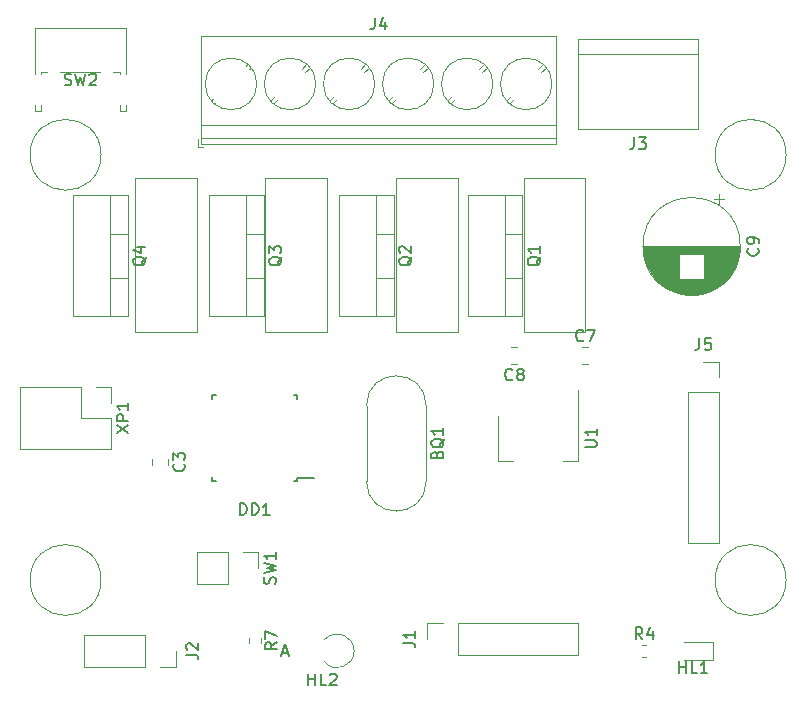
<source format=gbr>
%TF.GenerationSoftware,KiCad,Pcbnew,5.1.5-52549c5~84~ubuntu19.04.1*%
%TF.CreationDate,2020-02-04T18:47:48+03:00*%
%TF.ProjectId,RGBcontroller_V1,52474263-6f6e-4747-926f-6c6c65725f56,rev?*%
%TF.SameCoordinates,Original*%
%TF.FileFunction,Legend,Top*%
%TF.FilePolarity,Positive*%
%FSLAX46Y46*%
G04 Gerber Fmt 4.6, Leading zero omitted, Abs format (unit mm)*
G04 Created by KiCad (PCBNEW 5.1.5-52549c5~84~ubuntu19.04.1) date 2020-02-04 18:47:48*
%MOMM*%
%LPD*%
G04 APERTURE LIST*
%ADD10C,0.120000*%
%ADD11C,0.150000*%
G04 APERTURE END LIST*
D10*
X168000000Y-55000000D02*
G75*
G03X168000000Y-55000000I-3000000J0D01*
G01*
X110000000Y-55000000D02*
G75*
G03X110000000Y-55000000I-3000000J0D01*
G01*
X110000000Y-91000000D02*
G75*
G03X110000000Y-91000000I-3000000J0D01*
G01*
X168000000Y-91000000D02*
G75*
G03X168000000Y-91000000I-3000000J0D01*
G01*
X113000000Y-70000000D02*
X118100000Y-70000000D01*
X118100000Y-70000000D02*
X118100000Y-57000000D01*
X118100000Y-57000000D02*
X112900000Y-57000000D01*
X112900000Y-57000000D02*
X112900000Y-70000000D01*
X145900000Y-70000000D02*
X151000000Y-70000000D01*
X145800000Y-70000000D02*
X145900000Y-70000000D01*
X145800000Y-57000000D02*
X145800000Y-70000000D01*
X151000000Y-57000000D02*
X145800000Y-57000000D01*
X151000000Y-70000000D02*
X151000000Y-57000000D01*
X135100000Y-70000000D02*
X140200000Y-70000000D01*
X135000000Y-70000000D02*
X135100000Y-70000000D01*
X135000000Y-57000000D02*
X135000000Y-70000000D01*
X140200000Y-57000000D02*
X135000000Y-57000000D01*
X140200000Y-70000000D02*
X140200000Y-57000000D01*
X123900000Y-70000000D02*
X124000000Y-70000000D01*
X123900000Y-57000000D02*
X123900000Y-70000000D01*
X129100000Y-57000000D02*
X123900000Y-57000000D01*
X129100000Y-70000000D02*
X129100000Y-57000000D01*
X124000000Y-70000000D02*
X129100000Y-70000000D01*
X160540000Y-45190000D02*
X150380000Y-45190000D01*
X160540000Y-52810000D02*
X160540000Y-45190000D01*
X150380000Y-52810000D02*
X160540000Y-52810000D01*
X150380000Y-45190000D02*
X150380000Y-52810000D01*
X150380000Y-46460000D02*
X160540000Y-46460000D01*
X161000000Y-72520000D02*
X162330000Y-72520000D01*
X162330000Y-72520000D02*
X162330000Y-73850000D01*
X162330000Y-75120000D02*
X162330000Y-87880000D01*
X159670000Y-87880000D02*
X162330000Y-87880000D01*
X159670000Y-75120000D02*
X159670000Y-87880000D01*
X159670000Y-75120000D02*
X162330000Y-75120000D01*
X145258578Y-71290000D02*
X144741422Y-71290000D01*
X145258578Y-72710000D02*
X144741422Y-72710000D01*
X150741422Y-72710000D02*
X151258578Y-72710000D01*
X150741422Y-71290000D02*
X151258578Y-71290000D01*
X150410000Y-74900000D02*
X150410000Y-80910000D01*
X143590000Y-77150000D02*
X143590000Y-80910000D01*
X150410000Y-80910000D02*
X149150000Y-80910000D01*
X143590000Y-80910000D02*
X144850000Y-80910000D01*
X118200000Y-54300000D02*
X118600000Y-54300000D01*
X118200000Y-53660000D02*
X118200000Y-54300000D01*
X144742000Y-49992000D02*
X144347000Y-50388000D01*
X147388000Y-47346000D02*
X147008000Y-47726000D01*
X144993000Y-50274000D02*
X144613000Y-50654000D01*
X147654000Y-47612000D02*
X147259000Y-48008000D01*
X139742000Y-49992000D02*
X139347000Y-50388000D01*
X142388000Y-47346000D02*
X142008000Y-47726000D01*
X139993000Y-50274000D02*
X139613000Y-50654000D01*
X142654000Y-47612000D02*
X142259000Y-48008000D01*
X134742000Y-49992000D02*
X134347000Y-50388000D01*
X137388000Y-47346000D02*
X137008000Y-47726000D01*
X134993000Y-50274000D02*
X134613000Y-50654000D01*
X137654000Y-47612000D02*
X137259000Y-48008000D01*
X129742000Y-49992000D02*
X129347000Y-50388000D01*
X132388000Y-47346000D02*
X132008000Y-47726000D01*
X129993000Y-50274000D02*
X129613000Y-50654000D01*
X132654000Y-47612000D02*
X132259000Y-48008000D01*
X124742000Y-49992000D02*
X124347000Y-50388000D01*
X127388000Y-47346000D02*
X127008000Y-47726000D01*
X124993000Y-50274000D02*
X124613000Y-50654000D01*
X127654000Y-47612000D02*
X127259000Y-48008000D01*
X119452000Y-50281000D02*
X119346000Y-50388000D01*
X122388000Y-47346000D02*
X122281000Y-47453000D01*
X119718000Y-50547000D02*
X119612000Y-50654000D01*
X122654000Y-47612000D02*
X122547000Y-47719000D01*
X148560000Y-44940000D02*
X148560000Y-54060000D01*
X118440000Y-44940000D02*
X118440000Y-54060000D01*
X118440000Y-54060000D02*
X148560000Y-54060000D01*
X118440000Y-44940000D02*
X148560000Y-44940000D01*
X118440000Y-52500000D02*
X148560000Y-52500000D01*
X118440000Y-53600000D02*
X148560000Y-53600000D01*
X148180000Y-49000000D02*
G75*
G03X148180000Y-49000000I-2180000J0D01*
G01*
X143180000Y-49000000D02*
G75*
G03X143180000Y-49000000I-2180000J0D01*
G01*
X138180000Y-49000000D02*
G75*
G03X138180000Y-49000000I-2180000J0D01*
G01*
X133180000Y-49000000D02*
G75*
G03X133180000Y-49000000I-2180000J0D01*
G01*
X128180000Y-49000000D02*
G75*
G03X128180000Y-49000000I-2180000J0D01*
G01*
X123180000Y-49000000D02*
G75*
G03X123180000Y-49000000I-2180000J0D01*
G01*
X112270000Y-65391000D02*
X110760000Y-65391000D01*
X112270000Y-61690000D02*
X110760000Y-61690000D01*
X110760000Y-58420000D02*
X110760000Y-68660000D01*
X112270000Y-68660000D02*
X107629000Y-68660000D01*
X112270000Y-58420000D02*
X107629000Y-58420000D01*
X107629000Y-58420000D02*
X107629000Y-68660000D01*
X112270000Y-58420000D02*
X112270000Y-68660000D01*
X110870000Y-74670000D02*
X110870000Y-76000000D01*
X109540000Y-74670000D02*
X110870000Y-74670000D01*
X110870000Y-77270000D02*
X110870000Y-79870000D01*
X108270000Y-77270000D02*
X110870000Y-77270000D01*
X108270000Y-74670000D02*
X108270000Y-77270000D01*
X110870000Y-79870000D02*
X103130000Y-79870000D01*
X108270000Y-74670000D02*
X103130000Y-74670000D01*
X103130000Y-74670000D02*
X103130000Y-79870000D01*
X106550000Y-47970000D02*
X109950000Y-47970000D01*
X104910000Y-47970000D02*
X105450000Y-47970000D01*
X112110000Y-50800000D02*
X112110000Y-51310000D01*
X111590000Y-51310000D02*
X112110000Y-51310000D01*
X111590000Y-50800000D02*
X111590000Y-51310000D01*
X111050000Y-47970000D02*
X111590000Y-47970000D01*
X104390000Y-50800000D02*
X104390000Y-51310000D01*
X104910000Y-50800000D02*
X104910000Y-51310000D01*
X111590000Y-47970000D02*
X111590000Y-48200000D01*
X104390000Y-44300000D02*
X104390000Y-48200000D01*
X104390000Y-51310000D02*
X104910000Y-51310000D01*
X112110000Y-44300000D02*
X112110000Y-48200000D01*
X104390000Y-44300000D02*
X112110000Y-44300000D01*
X104910000Y-47970000D02*
X104910000Y-48200000D01*
X123330000Y-88670000D02*
X123330000Y-90000000D01*
X122000000Y-88670000D02*
X123330000Y-88670000D01*
X120730000Y-88670000D02*
X120730000Y-91330000D01*
X120730000Y-91330000D02*
X118130000Y-91330000D01*
X120730000Y-88670000D02*
X118130000Y-88670000D01*
X118130000Y-88670000D02*
X118130000Y-91330000D01*
X122490000Y-95953733D02*
X122490000Y-96296267D01*
X123510000Y-95953733D02*
X123510000Y-96296267D01*
X155828733Y-97510000D02*
X156171267Y-97510000D01*
X155828733Y-96490000D02*
X156171267Y-96490000D01*
X123770000Y-65391000D02*
X122260000Y-65391000D01*
X123770000Y-61690000D02*
X122260000Y-61690000D01*
X122260000Y-58420000D02*
X122260000Y-68660000D01*
X123770000Y-68660000D02*
X119129000Y-68660000D01*
X123770000Y-58420000D02*
X119129000Y-58420000D01*
X119129000Y-58420000D02*
X119129000Y-68660000D01*
X123770000Y-58420000D02*
X123770000Y-68660000D01*
X134770000Y-65391000D02*
X133260000Y-65391000D01*
X134770000Y-61690000D02*
X133260000Y-61690000D01*
X133260000Y-58420000D02*
X133260000Y-68660000D01*
X134770000Y-68660000D02*
X130129000Y-68660000D01*
X134770000Y-58420000D02*
X130129000Y-58420000D01*
X130129000Y-58420000D02*
X130129000Y-68660000D01*
X134770000Y-58420000D02*
X134770000Y-68660000D01*
X145670000Y-65391000D02*
X144160000Y-65391000D01*
X145670000Y-61690000D02*
X144160000Y-61690000D01*
X144160000Y-58420000D02*
X144160000Y-68660000D01*
X145670000Y-68660000D02*
X141029000Y-68660000D01*
X145670000Y-58420000D02*
X141029000Y-58420000D01*
X141029000Y-58420000D02*
X141029000Y-68660000D01*
X145670000Y-58420000D02*
X145670000Y-68660000D01*
X116330000Y-97000000D02*
X116330000Y-98330000D01*
X116330000Y-98330000D02*
X115000000Y-98330000D01*
X113730000Y-98330000D02*
X108590000Y-98330000D01*
X108590000Y-95670000D02*
X108590000Y-98330000D01*
X113730000Y-95670000D02*
X108590000Y-95670000D01*
X113730000Y-95670000D02*
X113730000Y-98330000D01*
X137590000Y-96000000D02*
X137590000Y-94670000D01*
X137590000Y-94670000D02*
X138920000Y-94670000D01*
X140190000Y-94670000D02*
X150410000Y-94670000D01*
X150410000Y-97330000D02*
X150410000Y-94670000D01*
X140190000Y-97330000D02*
X150410000Y-97330000D01*
X140190000Y-97330000D02*
X140190000Y-94670000D01*
X128946150Y-96031134D02*
G75*
G02X128886761Y-97900000I1053850J-968866D01*
G01*
X161785000Y-96265000D02*
X159325000Y-96265000D01*
X161785000Y-97735000D02*
X161785000Y-96265000D01*
X159325000Y-97735000D02*
X161785000Y-97735000D01*
D11*
X126625000Y-82400000D02*
X128050000Y-82400000D01*
X119375000Y-82625000D02*
X119700000Y-82625000D01*
X119375000Y-75375000D02*
X119700000Y-75375000D01*
X126625000Y-75375000D02*
X126300000Y-75375000D01*
X126625000Y-82625000D02*
X126300000Y-82625000D01*
X126625000Y-75375000D02*
X126625000Y-75700000D01*
X119375000Y-75375000D02*
X119375000Y-75700000D01*
X119375000Y-82625000D02*
X119375000Y-82300000D01*
X126625000Y-82625000D02*
X126625000Y-82400000D01*
D10*
X162715000Y-58740302D02*
X161915000Y-58740302D01*
X162315000Y-58340302D02*
X162315000Y-59140302D01*
X160533000Y-66831000D02*
X159467000Y-66831000D01*
X160768000Y-66791000D02*
X159232000Y-66791000D01*
X160948000Y-66751000D02*
X159052000Y-66751000D01*
X161098000Y-66711000D02*
X158902000Y-66711000D01*
X161229000Y-66671000D02*
X158771000Y-66671000D01*
X161346000Y-66631000D02*
X158654000Y-66631000D01*
X161453000Y-66591000D02*
X158547000Y-66591000D01*
X161552000Y-66551000D02*
X158448000Y-66551000D01*
X161645000Y-66511000D02*
X158355000Y-66511000D01*
X161731000Y-66471000D02*
X158269000Y-66471000D01*
X161813000Y-66431000D02*
X158187000Y-66431000D01*
X161890000Y-66391000D02*
X158110000Y-66391000D01*
X161964000Y-66351000D02*
X158036000Y-66351000D01*
X162034000Y-66311000D02*
X157966000Y-66311000D01*
X162102000Y-66271000D02*
X157898000Y-66271000D01*
X162166000Y-66231000D02*
X157834000Y-66231000D01*
X162228000Y-66191000D02*
X157772000Y-66191000D01*
X162287000Y-66151000D02*
X157713000Y-66151000D01*
X162345000Y-66111000D02*
X157655000Y-66111000D01*
X162400000Y-66071000D02*
X157600000Y-66071000D01*
X162454000Y-66031000D02*
X157546000Y-66031000D01*
X162505000Y-65991000D02*
X157495000Y-65991000D01*
X162556000Y-65951000D02*
X157444000Y-65951000D01*
X162604000Y-65911000D02*
X157396000Y-65911000D01*
X162651000Y-65871000D02*
X157349000Y-65871000D01*
X162697000Y-65831000D02*
X157303000Y-65831000D01*
X162741000Y-65791000D02*
X157259000Y-65791000D01*
X162784000Y-65751000D02*
X157216000Y-65751000D01*
X162826000Y-65711000D02*
X157174000Y-65711000D01*
X162867000Y-65671000D02*
X157133000Y-65671000D01*
X162907000Y-65631000D02*
X157093000Y-65631000D01*
X162945000Y-65591000D02*
X157055000Y-65591000D01*
X162983000Y-65551000D02*
X157017000Y-65551000D01*
X158960000Y-65511000D02*
X156981000Y-65511000D01*
X163019000Y-65511000D02*
X161040000Y-65511000D01*
X158960000Y-65471000D02*
X156945000Y-65471000D01*
X163055000Y-65471000D02*
X161040000Y-65471000D01*
X158960000Y-65431000D02*
X156910000Y-65431000D01*
X163090000Y-65431000D02*
X161040000Y-65431000D01*
X158960000Y-65391000D02*
X156876000Y-65391000D01*
X163124000Y-65391000D02*
X161040000Y-65391000D01*
X158960000Y-65351000D02*
X156844000Y-65351000D01*
X163156000Y-65351000D02*
X161040000Y-65351000D01*
X158960000Y-65311000D02*
X156811000Y-65311000D01*
X163189000Y-65311000D02*
X161040000Y-65311000D01*
X158960000Y-65271000D02*
X156780000Y-65271000D01*
X163220000Y-65271000D02*
X161040000Y-65271000D01*
X158960000Y-65231000D02*
X156750000Y-65231000D01*
X163250000Y-65231000D02*
X161040000Y-65231000D01*
X158960000Y-65191000D02*
X156720000Y-65191000D01*
X163280000Y-65191000D02*
X161040000Y-65191000D01*
X158960000Y-65151000D02*
X156691000Y-65151000D01*
X163309000Y-65151000D02*
X161040000Y-65151000D01*
X158960000Y-65111000D02*
X156662000Y-65111000D01*
X163338000Y-65111000D02*
X161040000Y-65111000D01*
X158960000Y-65071000D02*
X156635000Y-65071000D01*
X163365000Y-65071000D02*
X161040000Y-65071000D01*
X158960000Y-65031000D02*
X156608000Y-65031000D01*
X163392000Y-65031000D02*
X161040000Y-65031000D01*
X158960000Y-64991000D02*
X156582000Y-64991000D01*
X163418000Y-64991000D02*
X161040000Y-64991000D01*
X158960000Y-64951000D02*
X156556000Y-64951000D01*
X163444000Y-64951000D02*
X161040000Y-64951000D01*
X158960000Y-64911000D02*
X156531000Y-64911000D01*
X163469000Y-64911000D02*
X161040000Y-64911000D01*
X158960000Y-64871000D02*
X156507000Y-64871000D01*
X163493000Y-64871000D02*
X161040000Y-64871000D01*
X158960000Y-64831000D02*
X156483000Y-64831000D01*
X163517000Y-64831000D02*
X161040000Y-64831000D01*
X158960000Y-64791000D02*
X156460000Y-64791000D01*
X163540000Y-64791000D02*
X161040000Y-64791000D01*
X158960000Y-64751000D02*
X156438000Y-64751000D01*
X163562000Y-64751000D02*
X161040000Y-64751000D01*
X158960000Y-64711000D02*
X156416000Y-64711000D01*
X163584000Y-64711000D02*
X161040000Y-64711000D01*
X158960000Y-64671000D02*
X156394000Y-64671000D01*
X163606000Y-64671000D02*
X161040000Y-64671000D01*
X158960000Y-64631000D02*
X156373000Y-64631000D01*
X163627000Y-64631000D02*
X161040000Y-64631000D01*
X158960000Y-64591000D02*
X156353000Y-64591000D01*
X163647000Y-64591000D02*
X161040000Y-64591000D01*
X158960000Y-64551000D02*
X156334000Y-64551000D01*
X163666000Y-64551000D02*
X161040000Y-64551000D01*
X158960000Y-64511000D02*
X156314000Y-64511000D01*
X163686000Y-64511000D02*
X161040000Y-64511000D01*
X158960000Y-64471000D02*
X156296000Y-64471000D01*
X163704000Y-64471000D02*
X161040000Y-64471000D01*
X158960000Y-64431000D02*
X156278000Y-64431000D01*
X163722000Y-64431000D02*
X161040000Y-64431000D01*
X158960000Y-64391000D02*
X156260000Y-64391000D01*
X163740000Y-64391000D02*
X161040000Y-64391000D01*
X158960000Y-64351000D02*
X156243000Y-64351000D01*
X163757000Y-64351000D02*
X161040000Y-64351000D01*
X158960000Y-64311000D02*
X156226000Y-64311000D01*
X163774000Y-64311000D02*
X161040000Y-64311000D01*
X158960000Y-64271000D02*
X156210000Y-64271000D01*
X163790000Y-64271000D02*
X161040000Y-64271000D01*
X158960000Y-64231000D02*
X156195000Y-64231000D01*
X163805000Y-64231000D02*
X161040000Y-64231000D01*
X158960000Y-64191000D02*
X156179000Y-64191000D01*
X163821000Y-64191000D02*
X161040000Y-64191000D01*
X158960000Y-64151000D02*
X156165000Y-64151000D01*
X163835000Y-64151000D02*
X161040000Y-64151000D01*
X158960000Y-64111000D02*
X156150000Y-64111000D01*
X163850000Y-64111000D02*
X161040000Y-64111000D01*
X158960000Y-64071000D02*
X156137000Y-64071000D01*
X163863000Y-64071000D02*
X161040000Y-64071000D01*
X158960000Y-64031000D02*
X156123000Y-64031000D01*
X163877000Y-64031000D02*
X161040000Y-64031000D01*
X158960000Y-63991000D02*
X156111000Y-63991000D01*
X163889000Y-63991000D02*
X161040000Y-63991000D01*
X158960000Y-63951000D02*
X156098000Y-63951000D01*
X163902000Y-63951000D02*
X161040000Y-63951000D01*
X158960000Y-63911000D02*
X156086000Y-63911000D01*
X163914000Y-63911000D02*
X161040000Y-63911000D01*
X158960000Y-63871000D02*
X156075000Y-63871000D01*
X163925000Y-63871000D02*
X161040000Y-63871000D01*
X158960000Y-63831000D02*
X156064000Y-63831000D01*
X163936000Y-63831000D02*
X161040000Y-63831000D01*
X158960000Y-63791000D02*
X156053000Y-63791000D01*
X163947000Y-63791000D02*
X161040000Y-63791000D01*
X158960000Y-63751000D02*
X156043000Y-63751000D01*
X163957000Y-63751000D02*
X161040000Y-63751000D01*
X158960000Y-63711000D02*
X156033000Y-63711000D01*
X163967000Y-63711000D02*
X161040000Y-63711000D01*
X158960000Y-63671000D02*
X156024000Y-63671000D01*
X163976000Y-63671000D02*
X161040000Y-63671000D01*
X158960000Y-63631000D02*
X156015000Y-63631000D01*
X163985000Y-63631000D02*
X161040000Y-63631000D01*
X158960000Y-63591000D02*
X156006000Y-63591000D01*
X163994000Y-63591000D02*
X161040000Y-63591000D01*
X158960000Y-63551000D02*
X155998000Y-63551000D01*
X164002000Y-63551000D02*
X161040000Y-63551000D01*
X158960000Y-63511000D02*
X155990000Y-63511000D01*
X164010000Y-63511000D02*
X161040000Y-63511000D01*
X158960000Y-63471000D02*
X155983000Y-63471000D01*
X164017000Y-63471000D02*
X161040000Y-63471000D01*
X164024000Y-63430000D02*
X155976000Y-63430000D01*
X164030000Y-63390000D02*
X155970000Y-63390000D01*
X164037000Y-63350000D02*
X155963000Y-63350000D01*
X164042000Y-63310000D02*
X155958000Y-63310000D01*
X164048000Y-63270000D02*
X155952000Y-63270000D01*
X164052000Y-63230000D02*
X155948000Y-63230000D01*
X164057000Y-63190000D02*
X155943000Y-63190000D01*
X164061000Y-63150000D02*
X155939000Y-63150000D01*
X164065000Y-63110000D02*
X155935000Y-63110000D01*
X164068000Y-63070000D02*
X155932000Y-63070000D01*
X164071000Y-63030000D02*
X155929000Y-63030000D01*
X164074000Y-62990000D02*
X155926000Y-62990000D01*
X164076000Y-62950000D02*
X155924000Y-62950000D01*
X164077000Y-62910000D02*
X155923000Y-62910000D01*
X164079000Y-62870000D02*
X155921000Y-62870000D01*
X164080000Y-62830000D02*
X155920000Y-62830000D01*
X164080000Y-62790000D02*
X155920000Y-62790000D01*
X164080000Y-62750000D02*
X155920000Y-62750000D01*
X164120000Y-62750000D02*
G75*
G03X164120000Y-62750000I-4120000J0D01*
G01*
X114290000Y-80738748D02*
X114290000Y-81261252D01*
X115710000Y-80738748D02*
X115710000Y-81261252D01*
X132475000Y-82640000D02*
G75*
G03X137525000Y-82640000I2525000J0D01*
G01*
X132475000Y-76240000D02*
G75*
G02X137525000Y-76240000I2525000J0D01*
G01*
X132475000Y-76240000D02*
X132475000Y-82640000D01*
X137525000Y-76240000D02*
X137525000Y-82640000D01*
D11*
X155126666Y-53532380D02*
X155126666Y-54246666D01*
X155079047Y-54389523D01*
X154983809Y-54484761D01*
X154840952Y-54532380D01*
X154745714Y-54532380D01*
X155507619Y-53532380D02*
X156126666Y-53532380D01*
X155793333Y-53913333D01*
X155936190Y-53913333D01*
X156031428Y-53960952D01*
X156079047Y-54008571D01*
X156126666Y-54103809D01*
X156126666Y-54341904D01*
X156079047Y-54437142D01*
X156031428Y-54484761D01*
X155936190Y-54532380D01*
X155650476Y-54532380D01*
X155555238Y-54484761D01*
X155507619Y-54437142D01*
X160666666Y-70532380D02*
X160666666Y-71246666D01*
X160619047Y-71389523D01*
X160523809Y-71484761D01*
X160380952Y-71532380D01*
X160285714Y-71532380D01*
X161619047Y-70532380D02*
X161142857Y-70532380D01*
X161095238Y-71008571D01*
X161142857Y-70960952D01*
X161238095Y-70913333D01*
X161476190Y-70913333D01*
X161571428Y-70960952D01*
X161619047Y-71008571D01*
X161666666Y-71103809D01*
X161666666Y-71341904D01*
X161619047Y-71437142D01*
X161571428Y-71484761D01*
X161476190Y-71532380D01*
X161238095Y-71532380D01*
X161142857Y-71484761D01*
X161095238Y-71437142D01*
X144833333Y-74007142D02*
X144785714Y-74054761D01*
X144642857Y-74102380D01*
X144547619Y-74102380D01*
X144404761Y-74054761D01*
X144309523Y-73959523D01*
X144261904Y-73864285D01*
X144214285Y-73673809D01*
X144214285Y-73530952D01*
X144261904Y-73340476D01*
X144309523Y-73245238D01*
X144404761Y-73150000D01*
X144547619Y-73102380D01*
X144642857Y-73102380D01*
X144785714Y-73150000D01*
X144833333Y-73197619D01*
X145404761Y-73530952D02*
X145309523Y-73483333D01*
X145261904Y-73435714D01*
X145214285Y-73340476D01*
X145214285Y-73292857D01*
X145261904Y-73197619D01*
X145309523Y-73150000D01*
X145404761Y-73102380D01*
X145595238Y-73102380D01*
X145690476Y-73150000D01*
X145738095Y-73197619D01*
X145785714Y-73292857D01*
X145785714Y-73340476D01*
X145738095Y-73435714D01*
X145690476Y-73483333D01*
X145595238Y-73530952D01*
X145404761Y-73530952D01*
X145309523Y-73578571D01*
X145261904Y-73626190D01*
X145214285Y-73721428D01*
X145214285Y-73911904D01*
X145261904Y-74007142D01*
X145309523Y-74054761D01*
X145404761Y-74102380D01*
X145595238Y-74102380D01*
X145690476Y-74054761D01*
X145738095Y-74007142D01*
X145785714Y-73911904D01*
X145785714Y-73721428D01*
X145738095Y-73626190D01*
X145690476Y-73578571D01*
X145595238Y-73530952D01*
X150833333Y-70707142D02*
X150785714Y-70754761D01*
X150642857Y-70802380D01*
X150547619Y-70802380D01*
X150404761Y-70754761D01*
X150309523Y-70659523D01*
X150261904Y-70564285D01*
X150214285Y-70373809D01*
X150214285Y-70230952D01*
X150261904Y-70040476D01*
X150309523Y-69945238D01*
X150404761Y-69850000D01*
X150547619Y-69802380D01*
X150642857Y-69802380D01*
X150785714Y-69850000D01*
X150833333Y-69897619D01*
X151166666Y-69802380D02*
X151833333Y-69802380D01*
X151404761Y-70802380D01*
X150952380Y-79761904D02*
X151761904Y-79761904D01*
X151857142Y-79714285D01*
X151904761Y-79666666D01*
X151952380Y-79571428D01*
X151952380Y-79380952D01*
X151904761Y-79285714D01*
X151857142Y-79238095D01*
X151761904Y-79190476D01*
X150952380Y-79190476D01*
X151952380Y-78190476D02*
X151952380Y-78761904D01*
X151952380Y-78476190D02*
X150952380Y-78476190D01*
X151095238Y-78571428D01*
X151190476Y-78666666D01*
X151238095Y-78761904D01*
X133166666Y-43392380D02*
X133166666Y-44106666D01*
X133119047Y-44249523D01*
X133023809Y-44344761D01*
X132880952Y-44392380D01*
X132785714Y-44392380D01*
X134071428Y-43725714D02*
X134071428Y-44392380D01*
X133833333Y-43344761D02*
X133595238Y-44059047D01*
X134214285Y-44059047D01*
X113817619Y-63635238D02*
X113770000Y-63730476D01*
X113674761Y-63825714D01*
X113531904Y-63968571D01*
X113484285Y-64063809D01*
X113484285Y-64159047D01*
X113722380Y-64111428D02*
X113674761Y-64206666D01*
X113579523Y-64301904D01*
X113389047Y-64349523D01*
X113055714Y-64349523D01*
X112865238Y-64301904D01*
X112770000Y-64206666D01*
X112722380Y-64111428D01*
X112722380Y-63920952D01*
X112770000Y-63825714D01*
X112865238Y-63730476D01*
X113055714Y-63682857D01*
X113389047Y-63682857D01*
X113579523Y-63730476D01*
X113674761Y-63825714D01*
X113722380Y-63920952D01*
X113722380Y-64111428D01*
X113055714Y-62825714D02*
X113722380Y-62825714D01*
X112674761Y-63063809D02*
X113389047Y-63301904D01*
X113389047Y-62682857D01*
X111322380Y-78579523D02*
X112322380Y-77912857D01*
X111322380Y-77912857D02*
X112322380Y-78579523D01*
X112322380Y-77531904D02*
X111322380Y-77531904D01*
X111322380Y-77150952D01*
X111370000Y-77055714D01*
X111417619Y-77008095D01*
X111512857Y-76960476D01*
X111655714Y-76960476D01*
X111750952Y-77008095D01*
X111798571Y-77055714D01*
X111846190Y-77150952D01*
X111846190Y-77531904D01*
X112322380Y-76008095D02*
X112322380Y-76579523D01*
X112322380Y-76293809D02*
X111322380Y-76293809D01*
X111465238Y-76389047D01*
X111560476Y-76484285D01*
X111608095Y-76579523D01*
X106916666Y-49084761D02*
X107059523Y-49132380D01*
X107297619Y-49132380D01*
X107392857Y-49084761D01*
X107440476Y-49037142D01*
X107488095Y-48941904D01*
X107488095Y-48846666D01*
X107440476Y-48751428D01*
X107392857Y-48703809D01*
X107297619Y-48656190D01*
X107107142Y-48608571D01*
X107011904Y-48560952D01*
X106964285Y-48513333D01*
X106916666Y-48418095D01*
X106916666Y-48322857D01*
X106964285Y-48227619D01*
X107011904Y-48180000D01*
X107107142Y-48132380D01*
X107345238Y-48132380D01*
X107488095Y-48180000D01*
X107821428Y-48132380D02*
X108059523Y-49132380D01*
X108250000Y-48418095D01*
X108440476Y-49132380D01*
X108678571Y-48132380D01*
X109011904Y-48227619D02*
X109059523Y-48180000D01*
X109154761Y-48132380D01*
X109392857Y-48132380D01*
X109488095Y-48180000D01*
X109535714Y-48227619D01*
X109583333Y-48322857D01*
X109583333Y-48418095D01*
X109535714Y-48560952D01*
X108964285Y-49132380D01*
X109583333Y-49132380D01*
X124734761Y-91333333D02*
X124782380Y-91190476D01*
X124782380Y-90952380D01*
X124734761Y-90857142D01*
X124687142Y-90809523D01*
X124591904Y-90761904D01*
X124496666Y-90761904D01*
X124401428Y-90809523D01*
X124353809Y-90857142D01*
X124306190Y-90952380D01*
X124258571Y-91142857D01*
X124210952Y-91238095D01*
X124163333Y-91285714D01*
X124068095Y-91333333D01*
X123972857Y-91333333D01*
X123877619Y-91285714D01*
X123830000Y-91238095D01*
X123782380Y-91142857D01*
X123782380Y-90904761D01*
X123830000Y-90761904D01*
X123782380Y-90428571D02*
X124782380Y-90190476D01*
X124068095Y-90000000D01*
X124782380Y-89809523D01*
X123782380Y-89571428D01*
X124782380Y-88666666D02*
X124782380Y-89238095D01*
X124782380Y-88952380D02*
X123782380Y-88952380D01*
X123925238Y-89047619D01*
X124020476Y-89142857D01*
X124068095Y-89238095D01*
X124882380Y-96291666D02*
X124406190Y-96625000D01*
X124882380Y-96863095D02*
X123882380Y-96863095D01*
X123882380Y-96482142D01*
X123930000Y-96386904D01*
X123977619Y-96339285D01*
X124072857Y-96291666D01*
X124215714Y-96291666D01*
X124310952Y-96339285D01*
X124358571Y-96386904D01*
X124406190Y-96482142D01*
X124406190Y-96863095D01*
X123882380Y-95958333D02*
X123882380Y-95291666D01*
X124882380Y-95720238D01*
X155833333Y-96022380D02*
X155500000Y-95546190D01*
X155261904Y-96022380D02*
X155261904Y-95022380D01*
X155642857Y-95022380D01*
X155738095Y-95070000D01*
X155785714Y-95117619D01*
X155833333Y-95212857D01*
X155833333Y-95355714D01*
X155785714Y-95450952D01*
X155738095Y-95498571D01*
X155642857Y-95546190D01*
X155261904Y-95546190D01*
X156690476Y-95355714D02*
X156690476Y-96022380D01*
X156452380Y-94974761D02*
X156214285Y-95689047D01*
X156833333Y-95689047D01*
X125317619Y-63635238D02*
X125270000Y-63730476D01*
X125174761Y-63825714D01*
X125031904Y-63968571D01*
X124984285Y-64063809D01*
X124984285Y-64159047D01*
X125222380Y-64111428D02*
X125174761Y-64206666D01*
X125079523Y-64301904D01*
X124889047Y-64349523D01*
X124555714Y-64349523D01*
X124365238Y-64301904D01*
X124270000Y-64206666D01*
X124222380Y-64111428D01*
X124222380Y-63920952D01*
X124270000Y-63825714D01*
X124365238Y-63730476D01*
X124555714Y-63682857D01*
X124889047Y-63682857D01*
X125079523Y-63730476D01*
X125174761Y-63825714D01*
X125222380Y-63920952D01*
X125222380Y-64111428D01*
X124222380Y-63349523D02*
X124222380Y-62730476D01*
X124603333Y-63063809D01*
X124603333Y-62920952D01*
X124650952Y-62825714D01*
X124698571Y-62778095D01*
X124793809Y-62730476D01*
X125031904Y-62730476D01*
X125127142Y-62778095D01*
X125174761Y-62825714D01*
X125222380Y-62920952D01*
X125222380Y-63206666D01*
X125174761Y-63301904D01*
X125127142Y-63349523D01*
X136317619Y-63635238D02*
X136270000Y-63730476D01*
X136174761Y-63825714D01*
X136031904Y-63968571D01*
X135984285Y-64063809D01*
X135984285Y-64159047D01*
X136222380Y-64111428D02*
X136174761Y-64206666D01*
X136079523Y-64301904D01*
X135889047Y-64349523D01*
X135555714Y-64349523D01*
X135365238Y-64301904D01*
X135270000Y-64206666D01*
X135222380Y-64111428D01*
X135222380Y-63920952D01*
X135270000Y-63825714D01*
X135365238Y-63730476D01*
X135555714Y-63682857D01*
X135889047Y-63682857D01*
X136079523Y-63730476D01*
X136174761Y-63825714D01*
X136222380Y-63920952D01*
X136222380Y-64111428D01*
X135317619Y-63301904D02*
X135270000Y-63254285D01*
X135222380Y-63159047D01*
X135222380Y-62920952D01*
X135270000Y-62825714D01*
X135317619Y-62778095D01*
X135412857Y-62730476D01*
X135508095Y-62730476D01*
X135650952Y-62778095D01*
X136222380Y-63349523D01*
X136222380Y-62730476D01*
X147217619Y-63635238D02*
X147170000Y-63730476D01*
X147074761Y-63825714D01*
X146931904Y-63968571D01*
X146884285Y-64063809D01*
X146884285Y-64159047D01*
X147122380Y-64111428D02*
X147074761Y-64206666D01*
X146979523Y-64301904D01*
X146789047Y-64349523D01*
X146455714Y-64349523D01*
X146265238Y-64301904D01*
X146170000Y-64206666D01*
X146122380Y-64111428D01*
X146122380Y-63920952D01*
X146170000Y-63825714D01*
X146265238Y-63730476D01*
X146455714Y-63682857D01*
X146789047Y-63682857D01*
X146979523Y-63730476D01*
X147074761Y-63825714D01*
X147122380Y-63920952D01*
X147122380Y-64111428D01*
X147122380Y-62730476D02*
X147122380Y-63301904D01*
X147122380Y-63016190D02*
X146122380Y-63016190D01*
X146265238Y-63111428D01*
X146360476Y-63206666D01*
X146408095Y-63301904D01*
X117222380Y-97333333D02*
X117936666Y-97333333D01*
X118079523Y-97380952D01*
X118174761Y-97476190D01*
X118222380Y-97619047D01*
X118222380Y-97714285D01*
X117317619Y-96904761D02*
X117270000Y-96857142D01*
X117222380Y-96761904D01*
X117222380Y-96523809D01*
X117270000Y-96428571D01*
X117317619Y-96380952D01*
X117412857Y-96333333D01*
X117508095Y-96333333D01*
X117650952Y-96380952D01*
X118222380Y-96952380D01*
X118222380Y-96333333D01*
X135602380Y-96333333D02*
X136316666Y-96333333D01*
X136459523Y-96380952D01*
X136554761Y-96476190D01*
X136602380Y-96619047D01*
X136602380Y-96714285D01*
X136602380Y-95333333D02*
X136602380Y-95904761D01*
X136602380Y-95619047D02*
X135602380Y-95619047D01*
X135745238Y-95714285D01*
X135840476Y-95809523D01*
X135888095Y-95904761D01*
X127563333Y-99922380D02*
X127563333Y-98922380D01*
X127563333Y-99398571D02*
X128134761Y-99398571D01*
X128134761Y-99922380D02*
X128134761Y-98922380D01*
X129087142Y-99922380D02*
X128610952Y-99922380D01*
X128610952Y-98922380D01*
X129372857Y-99017619D02*
X129420476Y-98970000D01*
X129515714Y-98922380D01*
X129753809Y-98922380D01*
X129849047Y-98970000D01*
X129896666Y-99017619D01*
X129944285Y-99112857D01*
X129944285Y-99208095D01*
X129896666Y-99350952D01*
X129325238Y-99922380D01*
X129944285Y-99922380D01*
X125321904Y-97166666D02*
X125798095Y-97166666D01*
X125226666Y-97452380D02*
X125560000Y-96452380D01*
X125893333Y-97452380D01*
X158958333Y-98882380D02*
X158958333Y-97882380D01*
X158958333Y-98358571D02*
X159529761Y-98358571D01*
X159529761Y-98882380D02*
X159529761Y-97882380D01*
X160482142Y-98882380D02*
X160005952Y-98882380D01*
X160005952Y-97882380D01*
X161339285Y-98882380D02*
X160767857Y-98882380D01*
X161053571Y-98882380D02*
X161053571Y-97882380D01*
X160958333Y-98025238D01*
X160863095Y-98120476D01*
X160767857Y-98168095D01*
X121761904Y-85502380D02*
X121761904Y-84502380D01*
X122000000Y-84502380D01*
X122142857Y-84550000D01*
X122238095Y-84645238D01*
X122285714Y-84740476D01*
X122333333Y-84930952D01*
X122333333Y-85073809D01*
X122285714Y-85264285D01*
X122238095Y-85359523D01*
X122142857Y-85454761D01*
X122000000Y-85502380D01*
X121761904Y-85502380D01*
X122761904Y-85502380D02*
X122761904Y-84502380D01*
X123000000Y-84502380D01*
X123142857Y-84550000D01*
X123238095Y-84645238D01*
X123285714Y-84740476D01*
X123333333Y-84930952D01*
X123333333Y-85073809D01*
X123285714Y-85264285D01*
X123238095Y-85359523D01*
X123142857Y-85454761D01*
X123000000Y-85502380D01*
X122761904Y-85502380D01*
X124285714Y-85502380D02*
X123714285Y-85502380D01*
X124000000Y-85502380D02*
X124000000Y-84502380D01*
X123904761Y-84645238D01*
X123809523Y-84740476D01*
X123714285Y-84788095D01*
X165607142Y-62916666D02*
X165654761Y-62964285D01*
X165702380Y-63107142D01*
X165702380Y-63202380D01*
X165654761Y-63345238D01*
X165559523Y-63440476D01*
X165464285Y-63488095D01*
X165273809Y-63535714D01*
X165130952Y-63535714D01*
X164940476Y-63488095D01*
X164845238Y-63440476D01*
X164750000Y-63345238D01*
X164702380Y-63202380D01*
X164702380Y-63107142D01*
X164750000Y-62964285D01*
X164797619Y-62916666D01*
X165702380Y-62440476D02*
X165702380Y-62250000D01*
X165654761Y-62154761D01*
X165607142Y-62107142D01*
X165464285Y-62011904D01*
X165273809Y-61964285D01*
X164892857Y-61964285D01*
X164797619Y-62011904D01*
X164750000Y-62059523D01*
X164702380Y-62154761D01*
X164702380Y-62345238D01*
X164750000Y-62440476D01*
X164797619Y-62488095D01*
X164892857Y-62535714D01*
X165130952Y-62535714D01*
X165226190Y-62488095D01*
X165273809Y-62440476D01*
X165321428Y-62345238D01*
X165321428Y-62154761D01*
X165273809Y-62059523D01*
X165226190Y-62011904D01*
X165130952Y-61964285D01*
X117007142Y-81166666D02*
X117054761Y-81214285D01*
X117102380Y-81357142D01*
X117102380Y-81452380D01*
X117054761Y-81595238D01*
X116959523Y-81690476D01*
X116864285Y-81738095D01*
X116673809Y-81785714D01*
X116530952Y-81785714D01*
X116340476Y-81738095D01*
X116245238Y-81690476D01*
X116150000Y-81595238D01*
X116102380Y-81452380D01*
X116102380Y-81357142D01*
X116150000Y-81214285D01*
X116197619Y-81166666D01*
X116102380Y-80833333D02*
X116102380Y-80214285D01*
X116483333Y-80547619D01*
X116483333Y-80404761D01*
X116530952Y-80309523D01*
X116578571Y-80261904D01*
X116673809Y-80214285D01*
X116911904Y-80214285D01*
X117007142Y-80261904D01*
X117054761Y-80309523D01*
X117102380Y-80404761D01*
X117102380Y-80690476D01*
X117054761Y-80785714D01*
X117007142Y-80833333D01*
X138453571Y-80368571D02*
X138501190Y-80225714D01*
X138548809Y-80178095D01*
X138644047Y-80130476D01*
X138786904Y-80130476D01*
X138882142Y-80178095D01*
X138929761Y-80225714D01*
X138977380Y-80320952D01*
X138977380Y-80701904D01*
X137977380Y-80701904D01*
X137977380Y-80368571D01*
X138025000Y-80273333D01*
X138072619Y-80225714D01*
X138167857Y-80178095D01*
X138263095Y-80178095D01*
X138358333Y-80225714D01*
X138405952Y-80273333D01*
X138453571Y-80368571D01*
X138453571Y-80701904D01*
X139072619Y-79035238D02*
X139025000Y-79130476D01*
X138929761Y-79225714D01*
X138786904Y-79368571D01*
X138739285Y-79463809D01*
X138739285Y-79559047D01*
X138977380Y-79511428D02*
X138929761Y-79606666D01*
X138834523Y-79701904D01*
X138644047Y-79749523D01*
X138310714Y-79749523D01*
X138120238Y-79701904D01*
X138025000Y-79606666D01*
X137977380Y-79511428D01*
X137977380Y-79320952D01*
X138025000Y-79225714D01*
X138120238Y-79130476D01*
X138310714Y-79082857D01*
X138644047Y-79082857D01*
X138834523Y-79130476D01*
X138929761Y-79225714D01*
X138977380Y-79320952D01*
X138977380Y-79511428D01*
X138977380Y-78130476D02*
X138977380Y-78701904D01*
X138977380Y-78416190D02*
X137977380Y-78416190D01*
X138120238Y-78511428D01*
X138215476Y-78606666D01*
X138263095Y-78701904D01*
M02*

</source>
